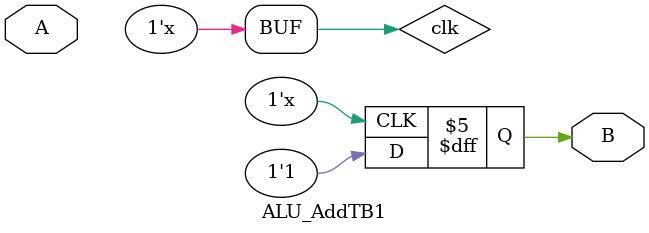
<source format=v>
`timescale 1ns/10ps
module ALU_AddTB1(
input wire A,
output reg B
); 
reg [31:0] in_a;
reg clk;
reg [31:0] in_b;  //A and B
reg [4:0] in_c;  // select
wire [7:0] out_res_rc; // Output 
wire [7:0] Carryout;

ALU test(in_a, in_b, in_c, out_res_rc, Carryout);
initial 
begin
       clk = 0;  
end
always
#10 clk = ~ clk; 
always@(posedge clk)
	begin
	 B=1;
    in_a <= 5;
    in_b <= 2;
    in_c <= 0;
	end

endmodule 

</source>
